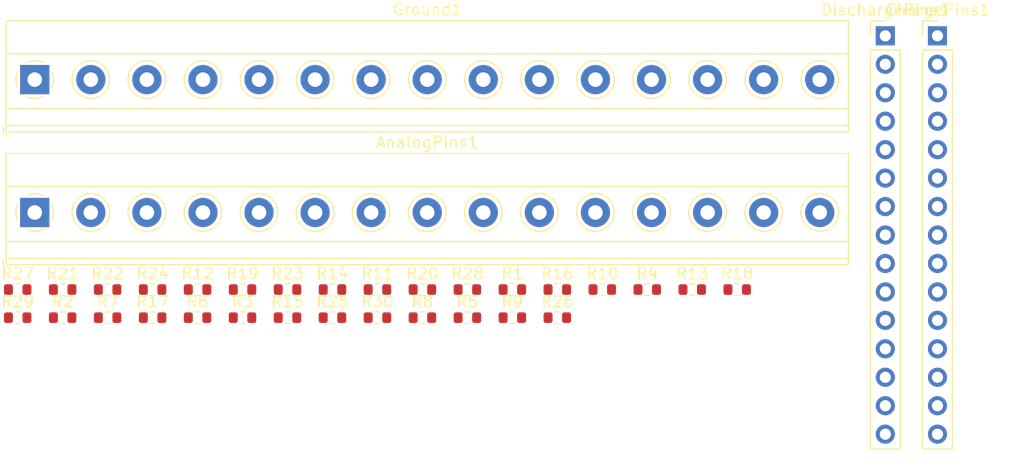
<source format=kicad_pcb>
(kicad_pcb (version 20211014) (generator pcbnew)
  (layers (0 "F.Cu" signal) (31 "B.Cu" signal) (34 "B.Paste" user) (35 "F.Paste" user) (36 "B.SilkS" user "B.Silkscreen") (37 "F.SilkS" user "F.Silkscreen") (38 "B.Mask" user) (39 "F.Mask" user) (44 "Edge.Cuts" user))
  (net 0 "")
  (net 1 "Analog1")
  (net 2 "Analog2")
  (net 3 "Analog3")
  (net 4 "Analog4")
  (net 5 "Analog5")
  (net 6 "Analog6")
  (net 7 "Analog7")
  (net 8 "Analog8")
  (net 9 "Analog9")
  (net 10 "Analog10")
  (net 11 "Analog11")
  (net 12 "Analog12")
  (net 13 "C1 charge")
  (net 14 "C1 discharge")
  (net 15 "GND")
  (net 16 "C2 charge")
  (net 17 "C6 charge")
  (net 18 "C6 discharge")
  (net 19 "C3 charge")
  (net 20 "C3 discharge")
  (net 21 "C4 charge")
  (net 22 "C4 discharge")
  (net 23 "C5 charge")
  (net 24 "C5 discharge")
  (net 25 "C2 discharge")
  (net 26 "C7 charge")
  (net 27 "C7 discharge")
  (net 28 "C8 charge")
  (net 29 "C8 discharge")
  (net 30 "C9 charge")
  (net 31 "C9 discharge")
  (net 32 "C10 charge")
  (net 33 "C10 discharge")
  (net 34 "C11 charge")
  (net 35 "C11 discharge")
  (net 36 "C12 charge")
  (net 37 "C12 discharge")
  (net 38 "C13 charge")
  (net 39 "Analog13")
  (net 40 "C13 discharge")
  (net 41 "C14 charge")
  (net 42 "Analog14")
  (net 43 "C14 discharge")
  (net 44 "C15 charge")
  (net 45 "Analog15")
  (net 46 "C15 discharge")
  (footprint "Resistor_SMD:R_0603_1608Metric" (layer "F.Cu") (at 171.58 108.99)
    (fp_text reference "R5" (at 0 -1.43) (layer "F.SilkS"))
    (fp_text value "220")
    (fp_line (start -0.237258 -0.5225) (end 0.237258 -0.5225) (layer "F.SilkS") (width 0.12))
    (fp_line (start -0.237258 0.5225) (end 0.237258 0.5225) (layer "F.SilkS") (width 0.12))
    (pad "1" smd roundrect (at -0.825 0) (size 0.8 0.95) (layers "F.Cu" "F.Paste" "F.Mask") (net 6 "Analog6"))
    (pad "2" smd roundrect (at 0.825 0) (size 0.8 0.95) (layers "F.Cu" "F.Paste" "F.Mask") (net 18 "C6 discharge"))
  )
  (footprint "Resistor_SMD:R_0603_1608Metric" (layer "F.Cu") (at 159.55 106.48)
    (fp_text reference "R14" (at 0 -1.43) (layer "F.SilkS"))
    (fp_text value "220")
    (fp_line (start -0.237258 0.5225) (end 0.237258 0.5225) (layer "F.SilkS") (width 0.12))
    (fp_line (start -0.237258 -0.5225) (end 0.237258 -0.5225) (layer "F.SilkS") (width 0.12))
    (pad "1" smd roundrect (at -0.825 0) (size 0.8 0.95) (layers "F.Cu" "F.Paste" "F.Mask") (net 7 "Analog7"))
    (pad "2" smd roundrect (at 0.825 0) (size 0.8 0.95) (layers "F.Cu" "F.Paste" "F.Mask") (net 27 "C7 discharge"))
  )
  (footprint "Resistor_SMD:R_0603_1608Metric" (layer "F.Cu") (at 155.54 108.99)
    (fp_text reference "R15" (at 0 -1.43) (layer "F.SilkS"))
    (fp_text value "10k")
    (fp_line (start -0.237258 -0.5225) (end 0.237258 -0.5225) (layer "F.SilkS") (width 0.12))
    (fp_line (start -0.237258 0.5225) (end 0.237258 0.5225) (layer "F.SilkS") (width 0.12))
    (pad "1" smd roundrect (at -0.825 0) (size 0.8 0.95) (layers "F.Cu" "F.Paste" "F.Mask") (net 28 "C8 charge"))
    (pad "2" smd roundrect (at 0.825 0) (size 0.8 0.95) (layers "F.Cu" "F.Paste" "F.Mask") (net 8 "Analog8"))
  )
  (footprint "Resistor_SMD:R_0603_1608Metric" (layer "F.Cu") (at 163.56 106.48)
    (fp_text reference "R11" (at 0 -1.43) (layer "F.SilkS"))
    (fp_text value "220")
    (fp_line (start -0.237258 0.5225) (end 0.237258 0.5225) (layer "F.SilkS") (width 0.12))
    (fp_line (start -0.237258 -0.5225) (end 0.237258 -0.5225) (layer "F.SilkS") (width 0.12))
    (pad "1" smd roundrect (at -0.825 0) (size 0.8 0.95) (layers "F.Cu" "F.Paste" "F.Mask") (net 5 "Analog5"))
    (pad "2" smd roundrect (at 0.825 0) (size 0.8 0.95) (layers "F.Cu" "F.Paste" "F.Mask") (net 24 "C5 discharge"))
  )
  (footprint "Resistor_SMD:R_0603_1608Metric" (layer "F.Cu") (at 143.51 106.48)
    (fp_text reference "R24" (at 0 -1.43) (layer "F.SilkS"))
    (fp_text value "220")
    (fp_line (start -0.237258 0.5225) (end 0.237258 0.5225) (layer "F.SilkS") (width 0.12))
    (fp_line (start -0.237258 -0.5225) (end 0.237258 -0.5225) (layer "F.SilkS") (width 0.12))
    (pad "1" smd roundrect (at -0.825 0) (size 0.8 0.95) (layers "F.Cu" "F.Paste" "F.Mask") (net 12 "Analog12"))
    (pad "2" smd roundrect (at 0.825 0) (size 0.8 0.95) (layers "F.Cu" "F.Paste" "F.Mask") (net 37 "C12 discharge"))
  )
  (footprint "Resistor_SMD:R_0603_1608Metric" (layer "F.Cu") (at 191.63 106.48)
    (fp_text reference "R13" (at 0 -1.43) (layer "F.SilkS"))
    (fp_text value "10k")
    (fp_line (start -0.237258 0.5225) (end 0.237258 0.5225) (layer "F.SilkS") (width 0.12))
    (fp_line (start -0.237258 -0.5225) (end 0.237258 -0.5225) (layer "F.SilkS") (width 0.12))
    (pad "1" smd roundrect (at -0.825 0) (size 0.8 0.95) (layers "F.Cu" "F.Paste" "F.Mask") (net 26 "C7 charge"))
    (pad "2" smd roundrect (at 0.825 0) (size 0.8 0.95) (layers "F.Cu" "F.Paste" "F.Mask") (net 7 "Analog7"))
  )
  (footprint "Resistor_SMD:R_0603_1608Metric" (layer "F.Cu") (at 151.53 108.99)
    (fp_text reference "R3" (at 0 -1.43) (layer "F.SilkS"))
    (fp_text value "10k")
    (fp_line (start -0.237258 0.5225) (end 0.237258 0.5225) (layer "F.SilkS") (width 0.12))
    (fp_line (start -0.237258 -0.5225) (end 0.237258 -0.5225) (layer "F.SilkS") (width 0.12))
    (pad "1" smd roundrect (at -0.825 0) (size 0.8 0.95) (layers "F.Cu" "F.Paste" "F.Mask") (net 16 "C2 charge"))
    (pad "2" smd roundrect (at 0.825 0) (size 0.8 0.95) (layers "F.Cu" "F.Paste" "F.Mask") (net 2 "Analog2"))
  )
  (footprint "Resistor_SMD:R_0603_1608Metric" (layer "F.Cu") (at 179.6 106.48)
    (fp_text reference "R16" (at 0 -1.43) (layer "F.SilkS"))
    (fp_text value "220")
    (fp_line (start -0.237258 -0.5225) (end 0.237258 -0.5225) (layer "F.SilkS") (width 0.12))
    (fp_line (start -0.237258 0.5225) (end 0.237258 0.5225) (layer "F.SilkS") (width 0.12))
    (pad "1" smd roundrect (at -0.825 0) (size 0.8 0.95) (layers "F.Cu" "F.Paste" "F.Mask") (net 8 "Analog8"))
    (pad "2" smd roundrect (at 0.825 0) (size 0.8 0.95) (layers "F.Cu" "F.Paste" "F.Mask") (net 29 "C8 discharge"))
  )
  (footprint "Resistor_SMD:R_0603_1608Metric" (layer "F.Cu") (at 167.57 108.99)
    (fp_text reference "R8" (at 0 -1.43) (layer "F.SilkS"))
    (fp_text value "10k")
    (fp_line (start -0.237258 0.5225) (end 0.237258 0.5225) (layer "F.SilkS") (width 0.12))
    (fp_line (start -0.237258 -0.5225) (end 0.237258 -0.5225) (layer "F.SilkS") (width 0.12))
    (pad "1" smd roundrect (at -0.825 0) (size 0.8 0.95) (layers "F.Cu" "F.Paste" "F.Mask") (net 21 "C4 charge"))
    (pad "2" smd roundrect (at 0.825 0) (size 0.8 0.95) (layers "F.Cu" "F.Paste" "F.Mask") (net 4 "Analog4"))
  )
  (footprint "Resistor_SMD:R_0603_1608Metric" (layer "F.Cu") (at 135.49 108.99)
    (fp_text reference "R2" (at 0 -1.43) (layer "F.SilkS"))
    (fp_text value "220")
    (fp_line (start -0.237258 0.5225) (end 0.237258 0.5225) (layer "F.SilkS") (width 0.12))
    (fp_line (start -0.237258 -0.5225) (end 0.237258 -0.5225) (layer "F.SilkS") (width 0.12))
    (pad "1" smd roundrect (at -0.825 0) (size 0.8 0.95) (layers "F.Cu" "F.Paste" "F.Mask") (net 1 "Analog1"))
    (pad "2" smd roundrect (at 0.825 0) (size 0.8 0.95) (layers "F.Cu" "F.Paste" "F.Mask") (net 14 "C1 discharge"))
  )
  (footprint "Resistor_SMD:R_0603_1608Metric" (layer "F.Cu") (at 151.53 106.48)
    (fp_text reference "R19" (at 0 -1.43) (layer "F.SilkS"))
    (fp_text value "10k")
    (fp_line (start -0.237258 -0.5225) (end 0.237258 -0.5225) (layer "F.SilkS") (width 0.12))
    (fp_line (start -0.237258 0.5225) (end 0.237258 0.5225) (layer "F.SilkS") (width 0.12))
    (pad "1" smd roundrect (at -0.825 0) (size 0.8 0.95) (layers "F.Cu" "F.Paste" "F.Mask") (net 32 "C10 charge"))
    (pad "2" smd roundrect (at 0.825 0) (size 0.8 0.95) (layers "F.Cu" "F.Paste" "F.Mask") (net 10 "Analog10"))
  )
  (footprint "Resistor_SMD:R_0603_1608Metric" (layer "F.Cu") (at 187.62 106.48)
    (fp_text reference "R4" (at 0 -1.43) (layer "F.SilkS"))
    (fp_text value "10k")
    (fp_line (start -0.237258 0.5225) (end 0.237258 0.5225) (layer "F.SilkS") (width 0.12))
    (fp_line (start -0.237258 -0.5225) (end 0.237258 -0.5225) (layer "F.SilkS") (width 0.12))
    (pad "1" smd roundrect (at -0.825 0) (size 0.8 0.95) (layers "F.Cu" "F.Paste" "F.Mask") (net 17 "C6 charge"))
    (pad "2" smd roundrect (at 0.825 0) (size 0.8 0.95) (layers "F.Cu" "F.Paste" "F.Mask") (net 6 "Analog6"))
  )
  (footprint "Resistor_SMD:R_0603_1608Metric" (layer "F.Cu") (at 175.59 108.99)
    (fp_text reference "R9" (at 0 -1.43) (layer "F.SilkS"))
    (fp_text value "220")
    (fp_line (start -0.237258 -0.5225) (end 0.237258 -0.5225) (layer "F.SilkS") (width 0.12))
    (fp_line (start -0.237258 0.5225) (end 0.237258 0.5225) (layer "F.SilkS") (width 0.12))
    (pad "1" smd roundrect (at -0.825 0) (size 0.8 0.95) (layers "F.Cu" "F.Paste" "F.Mask") (net 4 "Analog4"))
    (pad "2" smd roundrect (at 0.825 0) (size 0.8 0.95) (layers "F.Cu" "F.Paste" "F.Mask") (net 22 "C4 discharge"))
  )
  (footprint "Resistor_SMD:R_0603_1608Metric" (layer "F.Cu") (at 163.56 108.99)
    (fp_text reference "R30" (at 0 -1.43) (layer "F.SilkS"))
    (fp_text value "220")
    (fp_line (start -0.237258 -0.5225) (end 0.237258 -0.5225) (layer "F.SilkS") (width 0.12))
    (fp_line (start -0.237258 0.5225) (end 0.237258 0.5225) (layer "F.SilkS") (width 0.12))
    (pad "1" smd roundrect (at -0.825 0) (size 0.8 0.95) (layers "F.Cu" "F.Paste" "F.Mask") (net 45 "Analog15"))
    (pad "2" smd roundrect (at 0.825 0) (size 0.8 0.95) (layers "F.Cu" "F.Paste" "F.Mask") (net 46 "C15 discharge"))
  )
  (footprint "Resistor_SMD:R_0603_1608Metric" (layer "F.Cu") (at 175.59 106.48)
    (fp_text reference "R1" (at 0 -1.43) (layer "F.SilkS"))
    (fp_text value "10k")
    (fp_line (start -0.237258 -0.5225) (end 0.237258 -0.5225) (layer "F.SilkS") (width 0.12))
    (fp_line (start -0.237258 0.5225) (end 0.237258 0.5225) (layer "F.SilkS") (width 0.12))
    (pad "1" smd roundrect (at -0.825 0) (size 0.8 0.95) (layers "F.Cu" "F.Paste" "F.Mask") (net 13 "C1 charge"))
    (pad "2" smd roundrect (at 0.825 0) (size 0.8 0.95) (layers "F.Cu" "F.Paste" "F.Mask") (net 1 "Analog1"))
  )
  (footprint "Resistor_SMD:R_0603_1608Metric" (layer "F.Cu") (at 139.5 108.99)
    (fp_text reference "R7" (at 0 -1.43) (layer "F.SilkS"))
    (fp_text value "220")
    (fp_line (start -0.237258 -0.5225) (end 0.237258 -0.5225) (layer "F.SilkS") (width 0.12))
    (fp_line (start -0.237258 0.5225) (end 0.237258 0.5225) (layer "F.SilkS") (width 0.12))
    (pad "1" smd roundrect (at -0.825 0) (size 0.8 0.95) (layers "F.Cu" "F.Paste" "F.Mask") (net 3 "Analog3"))
    (pad "2" smd roundrect (at 0.825 0) (size 0.8 0.95) (layers "F.Cu" "F.Paste" "F.Mask") (net 20 "C3 discharge"))
  )
  (footprint "Resistor_SMD:R_0603_1608Metric" (layer "F.Cu") (at 139.5 106.48)
    (fp_text reference "R22" (at 0 -1.43) (layer "F.SilkS"))
    (fp_text value "220")
    (fp_line (start -0.237258 0.5225) (end 0.237258 0.5225) (layer "F.SilkS") (width 0.12))
    (fp_line (start -0.237258 -0.5225) (end 0.237258 -0.5225) (layer "F.SilkS") (width 0.12))
    (pad "1" smd roundrect (at -0.825 0) (size 0.8 0.95) (layers "F.Cu" "F.Paste" "F.Mask") (net 11 "Analog11"))
    (pad "2" smd roundrect (at 0.825 0) (size 0.8 0.95) (layers "F.Cu" "F.Paste" "F.Mask") (net 35 "C11 discharge"))
  )
  (footprint "Resistor_SMD:R_0603_1608Metric" (layer "F.Cu") (at 135.49 106.48)
    (fp_text reference "R21" (at 0 -1.43) (layer "F.SilkS"))
    (fp_text value "10k")
    (fp_line (start -0.237258 0.5225) (end 0.237258 0.5225) (layer "F.SilkS") (width 0.12))
    (fp_line (start -0.237258 -0.5225) (end 0.237258 -0.5225) (layer "F.SilkS") (width 0.12))
    (pad "1" smd roundrect (at -0.825 0) (size 0.8 0.95) (layers "F.Cu" "F.Paste" "F.Mask") (net 34 "C11 charge"))
    (pad "2" smd roundrect (at 0.825 0) (size 0.8 0.95) (layers "F.Cu" "F.Paste" "F.Mask") (net 11 "Analog11"))
  )
  (footprint "Connector_PinHeader_2.54mm:PinHeader_1x15_P2.54mm_Vertical" (layer "F.Cu") (at 213.5 83.83)
    (fp_text reference "ChargePins1" (at 0 -2.33) (layer "F.SilkS"))
    (fp_text value "Conn_01x15_Female")
    (fp_line (start -1.33 1.27) (end 1.33 1.27) (layer "F.SilkS") (width 0.12))
    (fp_line (start -1.33 0) (end -1.33 -1.33) (layer "F.SilkS") (width 0.12))
    (fp_line (start -1.33 36.89) (end 1.33 36.89) (layer "F.SilkS") (width 0.12))
    (fp_line (start -1.33 1.27) (end -1.33 36.89) (layer "F.SilkS") (width 0.12))
    (fp_line (start -1.33 -1.33) (end 0 -1.33) (layer "F.SilkS") (width 0.12))
    (fp_line (start 1.33 1.27) (end 1.33 36.89) (layer "F.SilkS") (width 0.12))
    (pad "1" thru_hole rect (at 0 0) (size 1.7 1.7) (drill 1) (layers *.Cu *.Mask) (net 13 "C1 charge"))
    (pad "2" thru_hole oval (at 0 2.54) (size 1.7 1.7) (drill 1) (layers *.Cu *.Mask) (net 16 "C2 charge"))
    (pad "3" thru_hole oval (at 0 5.08) (size 1.7 1.7) (drill 1) (layers *.Cu *.Mask) (net 19 "C3 charge"))
    (pad "4" thru_hole oval (at 0 7.62) (size 1.7 1.7) (drill 1) (layers *.Cu *.Mask) (net 21 "C4 charge"))
    (pad "5" thru_hole oval (at 0 10.16) (size 1.7 1.7) (drill 1) (layers *.Cu *.Mask) (net 23 "C5 charge"))
    (pad "6" thru_hole oval (at 0 12.7) (size 1.7 1.7) (drill 1) (layers *.Cu *.Mask) (net 17 "C6 charge"))
    (pad "7" thru_hole oval (at 0 15.24) (size 1.7 1.7) (drill 1) (layers *.Cu *.Mask) (net 26 "C7 charge"))
    (pad "8" thru_hole oval (at 0 17.78) (size 1.7 1.7) (drill 1) (layers *.Cu *.Mask) (net 28 "C8 charge"))
    (pad "9" thru_hole oval (at 0 20.32) (size 1.7 1.7) (drill 1) (layers *.Cu *.Mask) (net 30 "C9 charge"))
    (pad "10" thru_hole oval (at 0 22.86) (size 1.7 1.7) (drill 1) (layers *.Cu *.Mask) (net 32 "C10 charge"))
    (pad "11" thru_hole oval (at 0 25.4) (size 1.7 1.7) (drill 1) (layers *.Cu *.Mask) (net 34 "C11 charge"))
    (pad "12" thru_hole oval (at 0 27.94) (size 1.7 1.7) (drill 1) (layers *.Cu *.Mask) (net 36 "C12 charge"))
    (pad "13" thru_hole oval (at 0 30.48) (size 1.7 1.7) (drill 1) (layers *.Cu *.Mask) (net 38 "C13 charge"))
    (pad "14" thru_hole oval (at 0 33.02) (size 1.7 1.7) (drill 1) (layers *.Cu *.Mask) (net 41 "C14 charge"))
    (pad "15" thru_hole oval (at 0 35.56) (size 1.7 1.7) (drill 1) (layers *.Cu *.Mask) (net 44 "C15 charge"))
  )
  (footprint "Resistor_SMD:R_0603_1608Metric" (layer "F.Cu") (at 179.6 108.99)
    (fp_text reference "R26" (at 0 -1.43) (layer "F.SilkS"))
    (fp_text value "220")
    (fp_line (start -0.237258 -0.5225) (end 0.237258 -0.5225) (layer "F.SilkS") (width 0.12))
    (fp_line (start -0.237258 0.5225) (end 0.237258 0.5225) (layer "F.SilkS") (width 0.12))
    (pad "1" smd roundrect (at -0.825 0) (size 0.8 0.95) (layers "F.Cu" "F.Paste" "F.Mask") (net 39 "Analog13"))
    (pad "2" smd roundrect (at 0.825 0) (size 0.8 0.95) (layers "F.Cu" "F.Paste" "F.Mask") (net 40 "C13 discharge"))
  )
  (footprint "Resistor_SMD:R_0603_1608Metric" (layer "F.Cu") (at 167.57 106.48)
    (fp_text reference "R20" (at 0 -1.43) (layer "F.SilkS"))
    (fp_text value "220")
    (fp_line (start -0.237258 -0.5225) (end 0.237258 -0.5225) (layer "F.SilkS") (width 0.12))
    (fp_line (start -0.237258 0.5225) (end 0.237258 0.5225) (layer "F.SilkS") (width 0.12))
    (pad "1" smd roundrect (at -0.825 0) (size 0.8 0.95) (layers "F.Cu" "F.Paste" "F.Mask") (net 10 "Analog10"))
    (pad "2" smd roundrect (at 0.825 0) (size 0.8 0.95) (layers "F.Cu" "F.Paste" "F.Mask") (net 33 "C10 discharge"))
  )
  (footprint "TerminalBlock_Phoenix:TerminalBlock_Phoenix_MKDS-1,5-15_1x15_P5.00mm_Horizontal" (layer "F.Cu") (at 133 87.74)
    (fp_text reference "Ground1" (at 35 -6.26) (layer "F.SilkS"))
    (fp_text value "Screw_Terminal_01x15")
    (fp_line (start 26.275 -1.069) (end 26.228 -1.023) (layer "F.SilkS") (width 0.12))
    (fp_line (start 72.56 -5.261) (end 72.56 4.66) (layer "F.SilkS") (width 0.12))
    (fp_line (start 66.07 -1.275) (end 66.035 -1.239) (layer "F.SilkS") (width 0.12))
    (fp_line (start 6.07 -1.275) (end 6.035 -1.239) (layer "F.SilkS") (width 0.12))
    (fp_line (start 48.773 1.023) (end 48.726 1.069) (layer "F.SilkS") (width 0.12))
    (fp_line (start 16.275 -1.069) (end 16.228 -1.023) (layer "F.SilkS") (width 0.12))
    (fp_line (start 18.966 1.239) (end 18.931 1.274) (layer "F.SilkS") (width 0.12))
    (fp_line (start 38.773 1.023) (end 38.726 1.069) (layer "F.SilkS") (width 0.12))
    (fp_line (start 66.275 -1.069) (end 66.228 -1.023) (layer "F.SilkS") (width 0.12))
    (fp_line (start 33.773 1.023) (end 33.726 1.069) (layer "F.SilkS") (width 0.12))
    (fp_line (start 53.966 1.239) (end 53.931 1.274) (layer "F.SilkS") (width 0.12))
    (fp_line (start 31.07 -1.275) (end 31.035 -1.239) (layer "F.SilkS") (width 0.12))
    (fp_line (start 8.773 1.023) (end 8.726 1.069) (layer "F.SilkS") (width 0.12))
    (fp_line (start 26.07 -1.275) (end 26.035 -1.239) (layer "F.SilkS") (width 0.12))
    (fp_line (start 58.966 1.239) (end 58.931 1.274) (layer "F.SilkS") (width 0.12))
    (fp_line (start 3.966 1.239) (end 3.931 1.274) (layer "F.SilkS") (width 0.12))
    (fp_line (start 16.07 -1.275) (end 16.035 -1.239) (layer "F.SilkS") (width 0.12))
    (fp_line (start 41.07 -1.275) (end 41.035 -1.239) (layer "F.SilkS") (width 0.12))
    (fp_line (start 68.966 1.239) (end 68.931 1.274) (layer "F.SilkS") (width 0.12))
    (fp_line (start 63.966 1.239) (end 63.931 1.274) (layer "F.SilkS") (width 0.12))
    (fp_line (start 51.275 -1.069) (end 51.228 -1.023) (layer "F.SilkS") (width 0.12))
    (fp_line (start 23.966 1.239) (end 23.931 1.274) (layer "F.SilkS") (width 0.12))
    (fp_line (start 8.966 1.239) (end 8.931 1.274) (layer "F.SilkS") (width 0.12))
    (fp_line (start 38.966 1.239) (end 38.931 1.274) (layer "F.SilkS") (width 0.12))
    (fp_line (start -2.56 -5.261) (end 72.56 -5.261) (layer "F.SilkS") (width 0.12))
    (fp_line (start 18.773 1.023) (end 18.726 1.069) (layer "F.SilkS") (width 0.12))
    (fp_line (start 43.966 1.239) (end 43.931 1.274) (layer "F.SilkS") (width 0.12))
    (fp_line (start 11.07 -1.275) (end 11.035 -1.239) (layer "F.SilkS") (width 0.12))
    (fp_line (start 58.773 1.023) (end 58.726 1.069) (layer "F.SilkS") (width 0.12))
    (fp_line (start -2.56 -5.261) (end -2.56 4.66) (layer "F.SilkS") (width 0.12))
    (fp_line (start 68.773 1.023) (end 68.726 1.069) (layer "F.SilkS") (width 0.12))
    (fp_line (start -2.56 -2.301) (end 72.56 -2.301) (layer "F.SilkS") (width 0.12))
    (fp_line (start 63.773 1.023) (end 63.726 1.069) (layer "F.SilkS") (width 0.12))
    (fp_line (start 31.275 -1.069) (end 31.228 -1.023) (layer "F.SilkS") (width 0.12))
    (fp_line (start -2.56 4.1) (end 72.56 4.1) (layer "F.SilkS") (width 0.12))
    (fp_line (start 28.773 1.023) (end 28.726 1.069) (layer "F.SilkS") (width 0.12))
    (fp_line (start 41.275 -1.069) (end 41.228 -1.023) (layer "F.SilkS") (width 0.12))
    (fp_line (start 36.275 -1.069) (end 36.228 -1.023) (layer "F.SilkS") (width 0.12))
    (fp_line (start 36.07 -1.275) (end 36.035 -1.239) (layer "F.SilkS") (width 0.12))
    (fp_line (start 13.966 1.239) (end 13.931 1.274) (layer "F.SilkS") (width 0.12))
    (fp_line (start 71.07 -1.275) (end 71.035 -1.239) (layer "F.SilkS") (width 0.12))
    (fp_line (start 48.966 1.239) (end 48.931 1.274) (layer "F.SilkS") (width 0.12))
    (fp_line (start 23.773 1.023) (end 23.726 1.069) (layer "F.SilkS") (width 0.12))
    (fp_line (start 3.773 1.023) (end 3.726 1.069) (layer "F.SilkS") (width 0.12))
    (fp_line (start 13.773 1.023) (end 13.726 1.069) (layer "F.SilkS") (width 0.12))
    (fp_line (start 43.773 1.023) (end 43.726 1.069) (layer "F.SilkS") (width 0.12))
    (fp_line (start 53.773 1.023) (end 53.726 1.069) (layer "F.SilkS") (width 0.12))
    (fp_line (start 56.07 -1.275) (end 56.035 -1.239) (layer "F.SilkS") (width 0.12))
    (fp_line (start 6.275 -1.069) (end 6.228 -1.023) (layer "F.SilkS") (width 0.12))
    (fp_line (start -2.56 2.6) (end 72.56 2.6) (layer "F.SilkS") (width 0.12))
    (fp_line (start 33.966 1.239) (end 33.931 1.274) (layer "F.SilkS") (width 0.12))
    (fp_line (start -2.56 4.66) (end 72.56 4.66) (layer "F.SilkS") (width 0.12))
    (fp_line (start 21.275 -1.069) (end 21.228 -1.023) (layer "F.SilkS") (width 0.12))
    (fp_line (start 21.07 -1.275) (end 21.035 -1.239) (layer "F.SilkS") (width 0.12))
    (fp_line (start -2.8 4.16) (end -2.8 4.9) (layer "F.SilkS") (width 0.12))
    (fp_line (start 46.07 -1.275) (end 46.035 -1.239) (layer "F.SilkS") (width 0.12))
    (fp_line (start -2.8 4.9) (end -2.3 4.9) (layer "F.SilkS") (width 0.12))
    (fp_line (start 11.275 -1.069) (end 11.228 -1.023) (layer "F.SilkS") (width 0.12))
    (fp_line (start 56.275 -1.069) (end 56.228 -1.023) (layer "F.SilkS") (width 0.12))
    (fp_line (start 28.966 1.239) (end 28.931 1.274) (layer "F.SilkS") (width 0.12))
    (fp_line (start 61.275 -1.069) (end 61.228 -1.023) (layer "F.SilkS") (width 0.12))
    (fp_line (start 71.275 -1.069) (end 71.228 -1.023) (layer "F.SilkS") (width 0.12))
    (fp_line (start 51.07 -1.275) (end 51.035 -1.239) (layer "F.SilkS") (width 0.12))
    (fp_line (start 46.275 -1.069) (end 46.228 -1.023) (layer "F.SilkS") (width 0.12))
    (fp_line (start 61.07 -1.275) (end 61.035 -1.239) (layer "F.SilkS") (width 0.12))
    (fp_arc (start 0.028805 1.680253) (mid -0.335551 1.646659) (end -0.684 1.535) (layer "F.SilkS") (width 0.12))
    (fp_arc (start 0.683318 1.534756) (mid 0.349292 1.643288) (end 0 1.68) (layer "F.SilkS") (width 0.12))
    (fp_arc (start -1.535427 0.683042) (mid -1.680501 -0.000524) (end -1.535 -0.684) (layer "F.SilkS") (width 0.12))
    (fp_arc (start -0.683042 -1.535427) (mid 0.000524 -1.680501) (end 0.684 -1.535) (layer "F.SilkS") (width 0.12))
    (fp_arc (start 1.535427 -0.683042) (mid 1.680501 0.000524) (end 1.535 0.684) (layer "F.SilkS") (width 0.12))
    (fp_circle (center 40 0) (end 41.68 0) (layer "F.SilkS") (width 0.12) (fill none))
    (fp_circle (center 65 0) (end 66.68 0) (layer "F.SilkS") (width 0.12) (fill none))
    (fp_circle (center 20 0) (end 21.68 0) (layer "F.SilkS") (width 0.12) (fill none))
    (fp_circle (center 5 0) (end 6.68 0) (layer "F.SilkS") (width 0.12) (fill none))
    (fp_circle (center 60 0) (end 61.68 0) (layer "F.SilkS") (width 0.12) (fill none))
    (fp_circle (center 50 0) (end 51.68 0) (layer "F.SilkS") (width 0.12) (fill none))
    (fp_circle (center 70 0) (end 71.68 0) (layer "F.SilkS") (width 0.12) (fill none))
    (fp_circle (center 35 0) (end 36.68 0) (layer "F.SilkS") (width 0.12) (fill none))
    (fp_circle (center 15 0) (end 16.68 0) (layer "F.SilkS") (width 0.12) (fill none))
    (fp_circle (center 30 0) (end 31.68 0) (layer "F.SilkS") (width 0.12) (fill none))
    (fp_circle (center 10 0) (end 11.68 0) (layer "F.SilkS") (width 0.12) (fill none))
    (fp_circle (center 25 0) (end 26.68 0) (layer "F.SilkS") (width 0.12) (fill none))
    (fp_circle (center 55 0) (end 56.68 0) (layer "F.SilkS") (width 0.12) (fill none))
    (fp_circle (center 45 0) (end 46.68 0) (layer "F.SilkS") (width 0.12) (fill none))
    (pad "1" thru_hole rect (at 0 0) (size 2.6 2.6) (drill 1.3) (layers *.Cu *.Mask) (net 15 "GND"))
    (pad "2" thru_hole circle (at 5 0) (size 2.6 2.6) (drill 1.3) (layers *.Cu *.Mask) (net 15 "GND"))
    (pad "3" thru_hole circle (at 10 0) (size 2.6 2.6) (drill 1.3) (layers *.Cu *.Mask) (net 15 "GND"))
    (pad "4" thru_hole circle (at 15 0) (size 2.6 2.6) (drill 1.3) (layers *.Cu *.Mask) (net 15 "GND"))
    (pad "5" thru_hole circle (at 20 0) (size 2.6 2.6) (drill 1.3) (layers *.Cu *.Mask) (net 15 "GND"))
    (pad "6" thru_hole circle (at 25 0) (size 2.6 2.6) (drill 1.3) (layers *.Cu *.Mask) (net 15 "GND"))
    (pad "7" thru_hole circle (at 30 0) (size 2.6 2.6) (drill 1.3) (layers *.Cu *.Mask) (net 15 "GND"))
    (pad "8" thru_hole circle (at 35 0) (size 2.6 2.6) (drill 1.3) (layers *.Cu *.Mask) (net 15 "GND"))
    (pad "9" thru_hole circle (at 40 0) (size 2.6 2.6) (drill 1.3) (layers *.Cu *.Mask) (net 15 "GND"))
    (pad "10" thru_hole circle (at 45 0) (size 2.6 2.6) (drill 1.3) (layers *.Cu *.Mask) (net 15 "GND"))
    (pad "11" thru_hole circle (at 50 0) (size 2.6 2.6) (drill 1.3) (layers *.Cu *.Mask) (net 15 "GND"))
    (pad "12" thru_hole circle (at 55 0) (size 2.6 2.6) (drill 1.3) (layers *.Cu *.Mask) (net 15 "GND"))
    (pad "13" thru_hole circle (at 60 0) (size 2.6 2.6) (drill 1.3) (layers *.Cu *.Mask) (net 15 "GND"))
    (pad "14" thru_hole circle (at 65 0) (size 2.6 2.6) (drill 1.3) (layers *.Cu *.Mask) (net 15 "GND"))
    (pad "15" thru_hole circle (at 70 0) (size 2.6 2.6) (drill 1.3) (layers *.Cu *.Mask) (net 15 "GND"))
  )
  (footprint "Resistor_SMD:R_0603_1608Metric" (layer "F.Cu") (at 147.52 106.48)
    (fp_text reference "R12" (at 0 -1.43) (layer "F.SilkS"))
    (fp_text value "220")
    (fp_line (start -0.237258 -0.5225) (end 0.237258 -0.5225) (layer "F.SilkS") (width 0.12))
    (fp_line (start -0.237258 0.5225) (end 0.237258 0.5225) (layer "F.SilkS") (width 0.12))
    (pad "1" smd roundrect (at -0.825 0) (size 0.8 0.95) (layers "F.Cu" "F.Paste" "F.Mask") (net 2 "Analog2"))
    (pad "2" smd roundrect (at 0.825 0) (size 0.8 0.95) (layers "F.Cu" "F.Paste" "F.Mask") (net 25 "C2 discharge"))
  )
  (footprint "Resistor_SMD:R_0603_1608Metric" (layer "F.Cu") (at 147.52 108.99)
    (fp_text reference "R6" (at 0 -1.43) (layer "F.SilkS"))
    (fp_text value "10k")
    (fp_line (start -0.237258 -0.5225) (end 0.237258 -0.5225) (layer "F.SilkS") (width 0.12))
    (fp_line (start -0.237258 0.5225) (end 0.237258 0.5225) (layer "F.SilkS") (width 0.12))
    (pad "1" smd roundrect (at -0.825 0) (size 0.8 0.95) (layers "F.Cu" "F.Paste" "F.Mask") (net 19 "C3 charge"))
    (pad "2" smd roundrect (at 0.825 0) (size 0.8 0.95) (layers "F.Cu" "F.Paste" "F.Mask") (net 3 "Analog3"))
  )
  (footprint "Resistor_SMD:R_0603_1608Metric" (layer "F.Cu") (at 159.55 108.99)
    (fp_text reference "R25" (at 0 -1.43) (layer "F.SilkS"))
    (fp_text value "10k")
    (fp_line (start -0.237258 0.5225) (end 0.237258 0.5225) (layer "F.SilkS") (width 0.12))
    (fp_line (start -0.237258 -0.5225) (end 0.237258 -0.5225) (layer "F.SilkS") (width 0.12))
    (pad "1" smd roundrect (at -0.825 0) (size 0.8 0.95) (layers "F.Cu" "F.Paste" "F.Mask") (net 38 "C13 charge"))
    (pad "2" smd roundrect (at 0.825 0) (size 0.8 0.95) (layers "F.Cu" "F.Paste" "F.Mask") (net 39 "Analog13"))
  )
  (footprint "Resistor_SMD:R_0603_1608Metric" (layer "F.Cu") (at 131.48 106.48)
    (fp_text reference "R27" (at 0 -1.43) (layer "F.SilkS"))
    (fp_text value "10k")
    (fp_line (start -0.237258 -0.5225) (end 0.237258 -0.5225) (layer "F.SilkS") (width 0.12))
    (fp_line (start -0.237258 0.5225) (end 0.237258 0.5225) (layer "F.SilkS") (width 0.12))
    (pad "1" smd roundrect (at -0.825 0) (size 0.8 0.95) (layers "F.Cu" "F.Paste" "F.Mask") (net 41 "C14 charge"))
    (pad "2" smd roundrect (at 0.825 0) (size 0.8 0.95) (layers "F.Cu" "F.Paste" "F.Mask") (net 42 "Analog14"))
  )
  (footprint "TerminalBlock_Phoenix:TerminalBlock_Phoenix_MKDS-1,5-15_1x15_P5.00mm_Horizontal" (layer "F.Cu") (at 133 99.6)
    (fp_text reference "AnalogPins1" (at 35 -6.26) (layer "F.SilkS"))
    (fp_text value "Screw_Terminal_01x15")
    (fp_line (start 26.275 -1.069) (end 26.228 -1.023) (layer "F.SilkS") (width 0.12))
    (fp_line (start 46.07 -1.275) (end 46.035 -1.239) (layer "F.SilkS") (width 0.12))
    (fp_line (start 61.07 -1.275) (end 61.035 -1.239) (layer "F.SilkS") (width 0.12))
    (fp_line (start 71.275 -1.069) (end 71.228 -1.023) (layer "F.SilkS") (width 0.12))
    (fp_line (start 33.773 1.023) (end 33.726 1.069) (layer "F.SilkS") (width 0.12))
    (fp_line (start 63.966 1.239) (end 63.931 1.274) (layer "F.SilkS") (width 0.12))
    (fp_line (start 11.275 -1.069) (end 11.228 -1.023) (layer "F.SilkS") (width 0.12))
    (fp_line (start 51.07 -1.275) (end 51.035 -1.239) (layer "F.SilkS") (width 0.12))
    (fp_line (start 41.275 -1.069) (end 41.228 -1.023) (layer "F.SilkS") (width 0.12))
    (fp_line (start 66.07 -1.275) (end 66.035 -1.239) (layer "F.SilkS") (width 0.12))
    (fp_line (start -2.56 -5.261) (end -2.56 4.66) (layer "F.SilkS") (width 0.12))
    (fp_line (start 16.275 -1.069) (end 16.228 -1.023) (layer "F.SilkS") (width 0.12))
    (fp_line (start -2.56 -2.301) (end 72.56 -2.301) (layer "F.SilkS") (width 0.12))
    (fp_line (start 18.966 1.239) (end 18.931 1.274) (layer "F.SilkS") (width 0.12))
    (fp_line (start 31.275 -1.069) (end 31.228 -1.023) (layer "F.SilkS") (width 0.12))
    (fp_line (start 58.773 1.023) (end 58.726 1.069) (layer "F.SilkS") (width 0.12))
    (fp_line (start -2.56 4.1) (end 72.56 4.1) (layer "F.SilkS") (width 0.12))
    (fp_line (start 23.966 1.239) (end 23.931 1.274) (layer "F.SilkS") (width 0.12))
    (fp_line (start 36.275 -1.069) (end 36.228 -1.023) (layer "F.SilkS") (width 0.12))
    (fp_line (start 46.275 -1.069) (end 46.228 -1.023) (layer "F.SilkS") (width 0.12))
    (fp_line (start 21.07 -1.275) (end 21.035 -1.239) (layer "F.SilkS") (width 0.12))
    (fp_line (start 72.56 -5.261) (end 72.56 4.66) (layer "F.SilkS") (width 0.12))
    (fp_line (start 68.773 1.023) (end 68.726 1.069) (layer "F.SilkS") (width 0.12))
    (fp_line (start 16.07 -1.275) (end 16.035 -1.239) (layer "F.SilkS") (width 0.12))
    (fp_line (start 68.966 1.239) (end 68.931 1.274) (layer "F.SilkS") (width 0.12))
    (fp_line (start 61.275 -1.069) (end 61.228 -1.023) (layer "F.SilkS") (width 0.12))
    (fp_line (start 26.07 -1.275) (end 26.035 -1.239) (layer "F.SilkS") (width 0.12))
    (fp_line (start 31.07 -1.275) (end 31.035 -1.239) (layer "F.SilkS") (width 0.12))
    (fp_line (start 3.966 1.239) (end 3.931 1.274) (layer "F.SilkS") (width 0.12))
    (fp_line (start -2.56 -5.261) (end 72.56 -5.261) (layer "F.SilkS") (width 0.12))
    (fp_line (start 41.07 -1.275) (end 41.035 -1.239) (layer "F.SilkS") (width 0.12))
    (fp_line (start 38.773 1.023) (end 38.726 1.069) (layer "F.SilkS") (width 0.12))
    (fp_line (start 33.966 1.239) (end 33.931 1.274) (layer "F.SilkS") (width 0.12))
    (fp_line (start 53.773 1.023) (end 53.726 1.069) (layer "F.SilkS") (width 0.12))
    (fp_line (start 18.773 1.023) (end 18.726 1.069) (layer "F.SilkS") (width 0.12))
    (fp_line (start 48.773 1.023) (end 48.726 1.069) (layer "F.SilkS") (width 0.12))
    (fp_line (start 13.966 1.239) (end 13.931 1.274) (layer "F.SilkS") (width 0.12))
    (fp_line (start 66.275 -1.069) (end 66.228 -1.023) (layer "F.SilkS") (width 0.12))
    (fp_line (start 53.966 1.239) (end 53.931 1.274) (layer "F.SilkS") (width 0.12))
    (fp_line (start 63.773 1.023) (end 63.726 1.069) (layer "F.SilkS") (width 0.12))
    (fp_line (start -2.56 4.66) (end 72.56 4.66) (layer "F.SilkS") (width 0.12))
    (fp_line (start -2.8 4.9) (end -2.3 4.9) (layer "F.SilkS") (width 0.12))
    (fp_line (start 13.773 1.023) (end 13.726 1.069) (layer "F.SilkS") (width 0.12))
    (fp_line (start 28.773 1.023) (end 28.726 1.069) (layer "F.SilkS") (width 0.12))
    (fp_line (start 3.773 1.023) (end 3.726 1.069) (layer "F.SilkS") (width 0.12))
    (fp_line (start 23.773 1.023) (end 23.726 1.069) (layer "F.SilkS") (width 0.12))
    (fp_line (start 56.07 -1.275) (end 56.035 -1.239) (layer "F.SilkS") (width 0.12))
    (fp_line (start 58.966 1.239) (end 58.931 1.274) (layer "F.SilkS") (width 0.12))
    (fp_line (start -2.8 4.16) (end -2.8 4.9) (layer "F.SilkS") (width 0.12))
    (fp_line (start 6.275 -1.069) (end 6.228 -1.023) (layer "F.SilkS") (width 0.12))
    (fp_line (start 51.275 -1.069) (end 51.228 -1.023) (layer "F.SilkS") (width 0.12))
    (fp_line (start 11.07 -1.275) (end 11.035 -1.239) (layer "F.SilkS") (width 0.12))
    (fp_line (start 43.773 1.023) (end 43.726 1.069) (layer "F.SilkS") (width 0.12))
    (fp_line (start -2.56 2.6) (end 72.56 2.6) (layer "F.SilkS") (width 0.12))
    (fp_line (start 48.966 1.239) (end 48.931 1.274) (layer "F.SilkS") (width 0.12))
    (fp_line (start 43.966 1.239) (end 43.931 1.274) (layer "F.SilkS") (width 0.12))
    (fp_line (start 56.275 -1.069) (end 56.228 -1.023) (layer "F.SilkS") (width 0.12))
    (fp_line (start 21.275 -1.069) (end 21.228 -1.023) (layer "F.SilkS") (width 0.12))
    (fp_line (start 71.07 -1.275) (end 71.035 -1.239) (layer "F.SilkS") (width 0.12))
    (fp_line (start 38.966 1.239) (end 38.931 1.274) (layer "F.SilkS") (width 0.12))
    (fp_line (start 8.773 1.023) (end 8.726 1.069) (layer "F.SilkS") (width 0.12))
    (fp_line (start 36.07 -1.275) (end 36.035 -1.239) (layer "F.SilkS") (width 0.12))
    (fp_line (start 8.966 1.239) (end 8.931 1.274) (layer "F.SilkS") (width 0.12))
    (fp_line (start 28.966 1.239) (end 28.931 1.274) (layer "F.SilkS") (width 0.12))
    (fp_line (start 6.07 -1.275) (end 6.035 -1.239) (layer "F.SilkS") (width 0.12))
    (fp_arc (start 1.535427 -0.683042) (mid 1.680501 0.000524) (end 1.535 0.684) (layer "F.SilkS") (width 0.12))
    (fp_arc (start -0.683042 -1.535427) (mid 0.000524 -1.680501) (end 0.684 -1.535) (layer "F.SilkS") (width 0.12))
    (fp_arc (start -1.535427 0.683042) (mid -1.680501 -0.000524) (end -1.535 -0.684) (layer "F.SilkS") (width 0.12))
    (fp_arc (start 0.028805 1.680253) (mid -0.335551 1.646659) (end -0.684 1.535) (layer "F.SilkS") (width 0.12))
    (fp_arc (start 0.683318 1.534756) (mid 0.349292 1.643288) (end 0 1.68) (layer "F.SilkS") (width 0.12))
    (fp_circle (center 15 0) (end 16.68 0) (layer "F.SilkS") (width 0.12) (fill none))
    (fp_circle (center 40 0) (end 41.68 0) (layer "F.SilkS") (width 0.12) (fill none))
    (fp_circle (center 25 0) (end 26.68 0) (layer "F.SilkS") (width 0.12) (fill none))
    (fp_circle (center 50 0) (end 51.68 0) (layer "F.SilkS") (width 0.12) (fill none))
    (fp_circle (center 60 0) (end 61.68 0) (layer "F.SilkS") (width 0.12) (fill none))
    (fp_circle (center 35 0) (end 36.68 0) (layer "F.SilkS") (width 0.12) (fill none))
    (fp_circle (center 70 0) (end 71.68 0) (layer "F.SilkS") (width 0.12) (fill none))
    (fp_circle (center 30 0) (end 31.68 0) (layer "F.SilkS") (width 0.12) (fill none))
    (fp_circle (center 65 0) (end 66.68 0) (layer "F.SilkS") (width 0.12) (fill none))
    (fp_circle (center 10 0) (end 11.68 0) (layer "F.SilkS") (width 0.12) (fill none))
    (fp_circle (center 20 0) (end 21.68 0) (layer "F.SilkS") (width 0.12) (fill none))
    (fp_circle (center 5 0) (end 6.68 0) (layer "F.SilkS") (width 0.12) (fill none))
    (fp_circle (center 55 0) (end 56.68 0) (layer "F.SilkS") (width 0.12) (fill none))
    (fp_circle (center 45 0) (end 46.68 0) (layer "F.SilkS") (width 0.12) (fill none))
    (pad "1" thru_hole rect (at 0 0) (size 2.6 2.6) (drill 1.3) (layers *.Cu *.Mask) (net 1 "Analog1"))
    (pad "2" thru_hole circle (at 5 0) (size 2.6 2.6) (drill 1.3) (layers *.Cu *.Mask) (net 2 "Analog2"))
    (pad "3" thru_hole circle (at 10 0) (size 2.6 2.6) (drill 1.3) (layers *.Cu *.Mask) (net 3 "Analog3"))
    (pad "4" thru_hole circle (at 15 0) (size 2.6 2.6) (drill 1.3) (layers *.Cu *.Mask) (net 4 "Analog4"))
    (pad "5" thru_hole circle (at 20 0) (size 2.6 2.6) (drill 1.3) (layers *.Cu *.Mask) (net 5 "Analog5"))
    (pad "6" thru_hole circle (at 25 0) (size 2.6 2.6) (drill 1.3) (layers *.Cu *.Mask) (net 6 "Analog6"))
    (pad "7" thru_hole circle (at 30 0) (size 2.6 2.6) (drill 1.3) (layers *.Cu *.Mask) (net 7 "Analog7"))
    (pad "8" thru_hole circle (at 35 0) (size 2.6 2.6) (drill 1.3) (layers *.Cu *.Mask) (net 8 "Analog8"))
    (pad "9" thru_hole circle (at 40 0) (size 2.6 2.6) (drill 1.3) (layers *.Cu *.Mask) (net 9 "Analog9"))
    (pad "10" thru_hole circle (at 45 0) (size 2.6 2.6) (drill 1.3) (layers *.Cu *.Mask) (net 10 "Analog10"))
    (pad "11" thru_hole circle (at 50 0) (size 2.6 2.6) (drill 1.3) (layers *.Cu *.Mask) (net 11 "Analog11"))
    (pad "12" thru_hole circle (at 55 0) (size 2.6 2.6) (drill 1.3) (layers *.Cu *.Mask) (net 12 "Analog12"))
    (pad "13" thru_hole circle (at 60 0) (size 2.6 2.6) (drill 1.3) (layers *.Cu *.Mask) (net 39 "Analog13"))
    (pad "14" thru_hole circle (at 65 0) (size 2.6 2.6) (drill 1.3) (layers *.Cu *.Mask) (net 42 "Analog14"))
    (pad "15" thru_hole circle (at 70 0) (size 2.6 2.6) (drill 1.3) (layers *.Cu *.Mask) (net 45 "Analog15"))
  )
  (footprint "Resistor_SMD:R_0603_1608Metric" (layer "F.Cu") (at 183.61 106.48)
    (fp_text reference "R10" (at 0 -1.43) (layer "F.SilkS"))
    (fp_text value "10k")
    (fp_line (start -0.237258 -0.5225) (end 0.237258 -0.5225) (layer "F.SilkS") (width 0.12))
    (fp_line (start -0.237258 0.5225) (end 0.237258 0.5225) (layer "F.SilkS") (width 0.12))
    (pad "1" smd roundrect (at -0.825 0) (size 0.8 0.95) (layers "F.Cu" "F.Paste" "F.Mask") (net 23 "C5 charge"))
    (pad "2" smd roundrect (at 0.825 0) (size 0.8 0.95) (layers "F.Cu" "F.Paste" "F.Mask") (net 5 "Analog5"))
  )
  (footprint "Resistor_SMD:R_0603_1608Metric" (layer "F.Cu") (at 195.64 106.48)
    (fp_text reference "R18" (at 0 -1.43) (layer "F.SilkS"))
    (fp_text value "220")
    (fp_line (start -0.237258 0.5225) (end 0.237258 0.5225) (layer "F.SilkS") (width 0.12))
    (fp_line (start -0.237258 -0.5225) (end 0.237258 -0.5225) (layer "F.SilkS") (width 0.12))
    (pad "1" smd roundrect (at -0.825 0) (size 0.8 0.95) (layers "F.Cu" "F.Paste" "F.Mask") (net 9 "Analog9"))
    (pad "2" smd roundrect (at 0.825 0) (size 0.8 0.95) (layers "F.Cu" "F.Paste" "F.Mask") (net 31 "C9 discharge"))
  )
  (footprint "Resistor_SMD:R_0603_1608Metric" (layer "F.Cu") (at 143.51 108.99)
    (fp_text reference "R17" (at 0 -1.43) (layer "F.SilkS"))
    (fp_text value "10k")
    (fp_line (start -0.237258 -0.5225) (end 0.237258 -0.5225) (layer "F.SilkS") (width 0.12))
    (fp_line (start -0.237258 0.5225) (end 0.237258 0.5225) (layer "F.SilkS") (width 0.12))
    (pad "1" smd roundrect (at -0.825 0) (size 0.8 0.95) (layers "F.Cu" "F.Paste" "F.Mask") (net 30 "C9 charge"))
    (pad "2" smd roundrect (at 0.825 0) (size 0.8 0.95) (layers "F.Cu" "F.Paste" "F.Mask") (net 9 "Analog9"))
  )
  (footprint "Connector_PinHeader_2.54mm:PinHeader_1x15_P2.54mm_Vertical" (layer "F.Cu") (at 208.85 83.83)
    (fp_text reference "DischargePins1" (at 0 -2.33) (layer "F.SilkS"))
    (fp_text value "Conn_01x15_Female")
    (fp_line (start -1.33 -1.33) (end 0 -1.33) (layer "F.SilkS") (width 0.12))
    (fp_line (start -1.33 36.89) (end 1.33 36.89) (layer "F.SilkS") (width 0.12))
    (fp_line (start -1.33 1.27) (end 1.33 1.27) (layer "F.SilkS") (width 0.12))
    (fp_line (start -1.33 0) (end -1.33 -1.33) (layer "F.SilkS") (width 0.12))
    (fp_line (start 1.33 1.27) (end 1.33 36.89) (layer "F.SilkS") (width 0.12))
    (fp_line (start -1.33 1.27) (end -1.33 36.89) (layer "F.SilkS") (width 0.12))
    (pad "1" thru_hole rect (at 0 0) (size 1.7 1.7) (drill 1) (layers *.Cu *.Mask) (net 14 "C1 discharge"))
    (pad "2" thru_hole oval (at 0 2.54) (size 1.7 1.7) (drill 1) (layers *.Cu *.Mask) (net 25 "C2 discharge"))
    (pad "3" thru_hole oval (at 0 5.08) (size 1.7 1.7) (drill 1) (layers *.Cu *.Mask) (net 20 "C3 discharge"))
    (pad "4" thru_hole oval (at 0 7.62) (size 1.7 1.7) (drill 1) (layers *.Cu *.Mask) (net 22 "C4 discharge"))
    (pad "5" thru_hole oval (at 0 10.16) (size 1.7 1.7) (drill 1) (layers *.Cu *.Mask) (net 24 "C5 discharge"))
    (pad "6" thru_hole oval (at 0 12.7) (size 1.7 1.7) (drill 1) (layers *.Cu *.Mask) (net 18 "C6 discharge"))
    (pad "7" thru_hole oval (at 0 15.24) (size 1.7 1.7) (drill 1) (layers *.Cu *.Mask) (net 27 "C7 discharge"))
    (pad "8" thru_hole oval (at 0 17.78) (size 1.7 1.7) (drill 1) (layers *.Cu *.Mask) (net 29 "C8 discharge"))
    (pad "9" thru_hole oval (at 0 20.32) (size 1.7 1.7) (drill 1) (layers *.Cu *.Mask) (net 31 "C9 discharge"))
    (pad "10" thru_hole oval (at 0 22.86) (size 1.7 1.7) (drill 1) (layers *.Cu *.Mask) (net 33 "C10 discharge"))
    (pad "11" thru_hole oval (at 0 25.4) (size 1.7 1.7) (drill 1) (layers *.Cu *.Mask) (net 35 "C11 discharge"))
    (pad "12" thru_hole oval (at 0 27.94) (size 1.7 1.7) (drill 1) (layers *.Cu *.Mask) (net 37 "C12 discharge"))
    (pad "13" thru_hole oval (at 0 30.48) (size 1.7 1.7) (drill 1) (layers *.Cu *.Mask) (net 40 "C13 discharge"))
    (pad "14" thru_hole oval (at 0 33.02) (size 1.7 1.7) (drill 1) (layers *.Cu *.Mask) (net 43 "C14 discharge"))
    (pad "15" thru_hole oval (at 0 35.56) (size 1.7 1.7) (drill 1) (layers *.Cu *.Mask) (net 46 "C15 discharge"))
  )
  (footprint "Resistor_SMD:R_0603_1608Metric" (layer "F.Cu") (at 131.48 108.99)
    (fp_text reference "R29" (at 0 -1.43) (layer "F.SilkS"))
    (fp_text value "10k")
    (fp_line (start -0.237258 -0.5225) (end 0.237258 -0.5225) (layer "F.SilkS") (width 0.12))
    (fp_line (start -0.237258 0.5225) (end 0.237258 0.5225) (layer "F.SilkS") (width 0.12))
    (pad "1" smd roundrect (at -0.825 0) (size 0.8 0.95) (layers "F.Cu" "F.Paste" "F.Mask") (net 44 "C15 charge"))
    (pad "2" smd roundrect (at 0.825 0) (size 0.8 0.95) (layers "F.Cu" "F.Paste" "F.Mask") (net 45 "Analog15"))
  )
  (footprint "Resistor_SMD:R_0603_1608Metric" (layer "F.Cu") (at 155.54 106.48)
    (fp_text reference "R23" (at 0 -1.43) (layer "F.SilkS"))
    (fp_text value "10k")
    (fp_line (start -0.237258 -0.5225) (end 0.237258 -0.5225) (layer "F.SilkS") (width 0.12))
    (fp_line (start -0.237258 0.5225) (end 0.237258 0.5225) (layer "F.SilkS") (width 0.12))
    (pad "1" smd roundrect (at -0.825 0) (size 0.8 0.95) (layers "F.Cu" "F.Paste" "F.Mask") (net 36 "C12 charge"))
    (pad "2" smd roundrect (at 0.825 0) (size 0.8 0.95) (layers "F.Cu" "F.Paste" "F.Mask") (net 12 "Analog12"))
  )
  (footprint "Resistor_SMD:R_0603_1608Metric" (layer "F.Cu") (at 171.58 106.48)
    (fp_text reference "R28" (at 0 -1.43) (layer "F.SilkS"))
    (fp_text value "220")
    (fp_line (start -0.237258 0.5225) (end 0.237258 0.5225) (layer "F.SilkS") (width 0.12))
    (fp_line (start -0.237258 -0.5225) (end 0.237258 -0.5225) (layer "F.SilkS") (width 0.12))
    (pad "1" smd roundrect (at -0.825 0) (size 0.8 0.95) (layers "F.Cu" "F.Paste" "F.Mask") (net 42 "Analog14"))
    (pad "2" smd roundrect (at 0.825 0) (size 0.8 0.95) (layers "F.Cu" "F.Paste" "F.Mask") (net 43 "C14 discharge"))
  )
)
</source>
